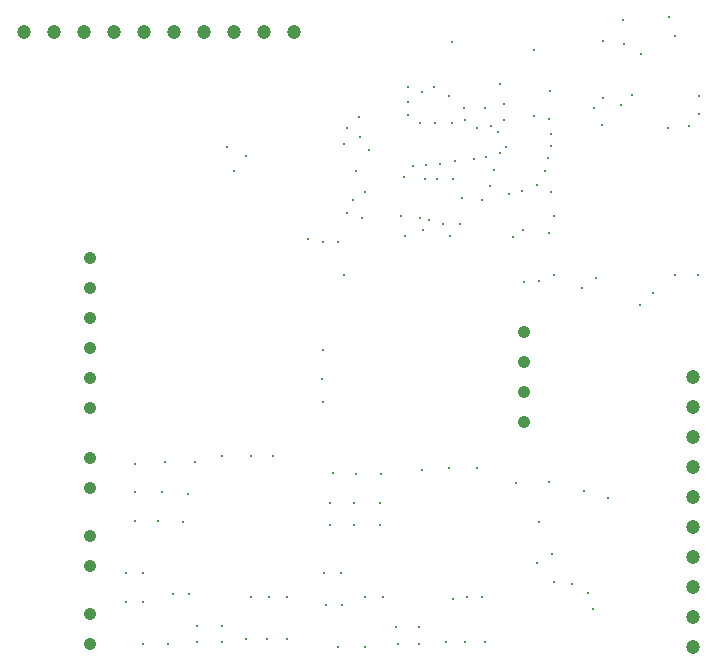
<source format=gbr>
%TF.GenerationSoftware,Altium Limited,Altium Designer,24.6.1 (21)*%
G04 Layer_Color=0*
%FSLAX45Y45*%
%MOMM*%
%TF.SameCoordinates,D96B88A3-C1BF-4694-92A9-412EC26ABF2C*%
%TF.FilePolarity,Positive*%
%TF.FileFunction,Plated,1,4,PTH,Drill*%
%TF.Part,Single*%
G01*
G75*
%TA.AperFunction,ComponentDrill*%
%ADD58C,1.07000*%
%ADD59C,1.05000*%
%ADD60C,1.20000*%
%ADD61C,1.20000*%
%TA.AperFunction,ViaDrill,NotFilled*%
%ADD62C,0.20320*%
D58*
X5626100Y6032500D02*
D03*
Y6286500D02*
D03*
Y6540500D02*
D03*
Y6794500D02*
D03*
Y7048500D02*
D03*
Y7302500D02*
D03*
D59*
Y4038600D02*
D03*
Y4292600D02*
D03*
Y5359400D02*
D03*
Y5613400D02*
D03*
Y4699000D02*
D03*
Y4953000D02*
D03*
X9296400Y6680200D02*
D03*
Y6426200D02*
D03*
Y6172200D02*
D03*
Y5918200D02*
D03*
D60*
X10731500Y6299200D02*
D03*
Y6045200D02*
D03*
Y5791200D02*
D03*
Y5537200D02*
D03*
Y5283200D02*
D03*
Y5029200D02*
D03*
Y4775200D02*
D03*
Y4521200D02*
D03*
Y4267200D02*
D03*
Y4013200D02*
D03*
D61*
X7353300Y9220200D02*
D03*
X7099300D02*
D03*
X6845300D02*
D03*
X6591300D02*
D03*
X6337300D02*
D03*
X6083300D02*
D03*
X5829300D02*
D03*
X5575300D02*
D03*
X5321300D02*
D03*
X5067300D02*
D03*
D62*
X8801100Y4051300D02*
D03*
X7289800Y4432300D02*
D03*
X7293596Y4076545D02*
D03*
X6324600Y4457700D02*
D03*
X6781800Y8242300D02*
D03*
X7772400Y8267700D02*
D03*
X10007600Y5270500D02*
D03*
X9842500Y4470400D02*
D03*
X9411675Y4726035D02*
D03*
X9550400Y4559300D02*
D03*
X9702800Y4546600D02*
D03*
X7925680Y7641500D02*
D03*
X9537700Y4800600D02*
D03*
X8439967Y7547140D02*
D03*
X8420100Y8445500D02*
D03*
X8313100Y8513308D02*
D03*
X8902700Y8407400D02*
D03*
X8686800Y8445500D02*
D03*
X8877300Y8140700D02*
D03*
X8973815Y8157459D02*
D03*
X9017000Y8420100D02*
D03*
X9080500Y8369300D02*
D03*
X8458200Y7975600D02*
D03*
X8534400Y8750300D02*
D03*
X8663570Y8678313D02*
D03*
X7912100Y8331200D02*
D03*
X7797800Y7683500D02*
D03*
X7848600Y7797800D02*
D03*
X7950200Y7861300D02*
D03*
X6946900Y8166100D02*
D03*
X6845300Y8039100D02*
D03*
X9169400Y7848600D02*
D03*
X9093200Y8775700D02*
D03*
X9893300Y8572500D02*
D03*
X9969500Y8661400D02*
D03*
X9423400Y7112000D02*
D03*
X10782300Y8674100D02*
D03*
Y8521700D02*
D03*
X10134600Y9321800D02*
D03*
X9969500Y9144000D02*
D03*
X10579100Y9182100D02*
D03*
X10528300Y9347200D02*
D03*
X9550400Y7162800D02*
D03*
X10769600D02*
D03*
X10579100D02*
D03*
X10388600Y7010400D02*
D03*
X10284912Y6907748D02*
D03*
X8102600Y4432300D02*
D03*
X7950200D02*
D03*
X7759700Y4368800D02*
D03*
X7620000D02*
D03*
X7747000Y4635500D02*
D03*
X7607300D02*
D03*
X6070600D02*
D03*
X5930900D02*
D03*
Y4394200D02*
D03*
X6070600D02*
D03*
X6464300Y4457700D02*
D03*
X6070600Y4038600D02*
D03*
X6286500D02*
D03*
X6527800Y4051300D02*
D03*
Y4191000D02*
D03*
X6743700D02*
D03*
Y4051300D02*
D03*
X6946900Y4076700D02*
D03*
X7124700D02*
D03*
X8216900Y4178300D02*
D03*
X8407400D02*
D03*
X8966200Y4051300D02*
D03*
X8636000D02*
D03*
X8407400Y4038600D02*
D03*
X8229600D02*
D03*
X7950200Y4013200D02*
D03*
X7721600D02*
D03*
X8280400Y7988300D02*
D03*
X8559800Y7975600D02*
D03*
X8699500D02*
D03*
X9014853Y7914247D02*
D03*
X8788400Y8572500D02*
D03*
X8547100Y8445500D02*
D03*
X9131300Y8610600D02*
D03*
X9144000Y8242300D02*
D03*
X9131300Y8470900D02*
D03*
X9041200Y8051800D02*
D03*
X9092000Y8191500D02*
D03*
X9283700Y7874000D02*
D03*
X9410700Y7924800D02*
D03*
X9525895Y7861494D02*
D03*
X8293100Y7493000D02*
D03*
X7467600Y7467600D02*
D03*
X6985000Y4432300D02*
D03*
X8077200Y5232400D02*
D03*
X7861300D02*
D03*
X7658100D02*
D03*
X8077200Y5041900D02*
D03*
X7861300D02*
D03*
X7658100D02*
D03*
X8089900Y5473700D02*
D03*
X7874000D02*
D03*
X7683500Y5486400D02*
D03*
X8902700Y5524500D02*
D03*
X8661400D02*
D03*
X8432800Y5511800D02*
D03*
X9423400Y5067300D02*
D03*
X7175500Y5626100D02*
D03*
X6985000D02*
D03*
X6743700D02*
D03*
X6197600Y5080000D02*
D03*
X6451600Y5308600D02*
D03*
X6235700Y5321300D02*
D03*
X6007100D02*
D03*
X6413500Y5067300D02*
D03*
X8674100Y7493000D02*
D03*
X8420100Y7646246D02*
D03*
X7988300Y8216900D02*
D03*
X8470900Y8089900D02*
D03*
X8357051Y8089449D02*
D03*
X8801100Y8470900D02*
D03*
X8966200Y8572500D02*
D03*
X8432800Y8712200D02*
D03*
X9512300Y7518400D02*
D03*
X9550400Y7658100D02*
D03*
X9499600Y8153400D02*
D03*
X9525000Y8255000D02*
D03*
X8313100Y8623300D02*
D03*
X9519654Y8717546D02*
D03*
X8494801Y7631720D02*
D03*
X7594600Y6083300D02*
D03*
X7721600Y7442200D02*
D03*
X7594600D02*
D03*
X7874000Y8039100D02*
D03*
X8686800Y9131300D02*
D03*
X7589161Y6284990D02*
D03*
X7594600Y6527800D02*
D03*
X9956800Y8432800D02*
D03*
X7772400Y7162800D02*
D03*
X9385300Y9067800D02*
D03*
X7905197Y8503203D02*
D03*
X10515600Y8407400D02*
D03*
X10121900Y8597900D02*
D03*
X10147300Y9118600D02*
D03*
X10287000Y9029700D02*
D03*
X10210800Y8686800D02*
D03*
X10693400Y8420100D02*
D03*
X9906000Y7137400D02*
D03*
X9804400Y5334000D02*
D03*
X9791700Y7048500D02*
D03*
X9296400Y7099300D02*
D03*
X9880600Y4330700D02*
D03*
X9232900Y5397500D02*
D03*
X9512300Y5410200D02*
D03*
X8712200Y8128000D02*
D03*
X8585200Y8102600D02*
D03*
X8775700Y7810500D02*
D03*
X8940800Y7797800D02*
D03*
X7797800Y8407400D02*
D03*
X8318500Y8750300D02*
D03*
X8813800Y4432300D02*
D03*
X8699500Y4419600D02*
D03*
X8940800Y4432300D02*
D03*
X9385300Y8509000D02*
D03*
X9525000Y8356600D02*
D03*
X9512300Y8483600D02*
D03*
X9473000Y8039100D02*
D03*
X9290874Y7547314D02*
D03*
X9207500Y7480300D02*
D03*
X8260440Y7665359D02*
D03*
X8610600Y7593400D02*
D03*
X8760504Y7591921D02*
D03*
X7137400Y4432300D02*
D03*
X6007100Y5080000D02*
D03*
Y5562600D02*
D03*
X6515100Y5575300D02*
D03*
X6261100D02*
D03*
%TF.MD5,3a1627e63846330a73d9b6806fbe780e*%
M02*

</source>
